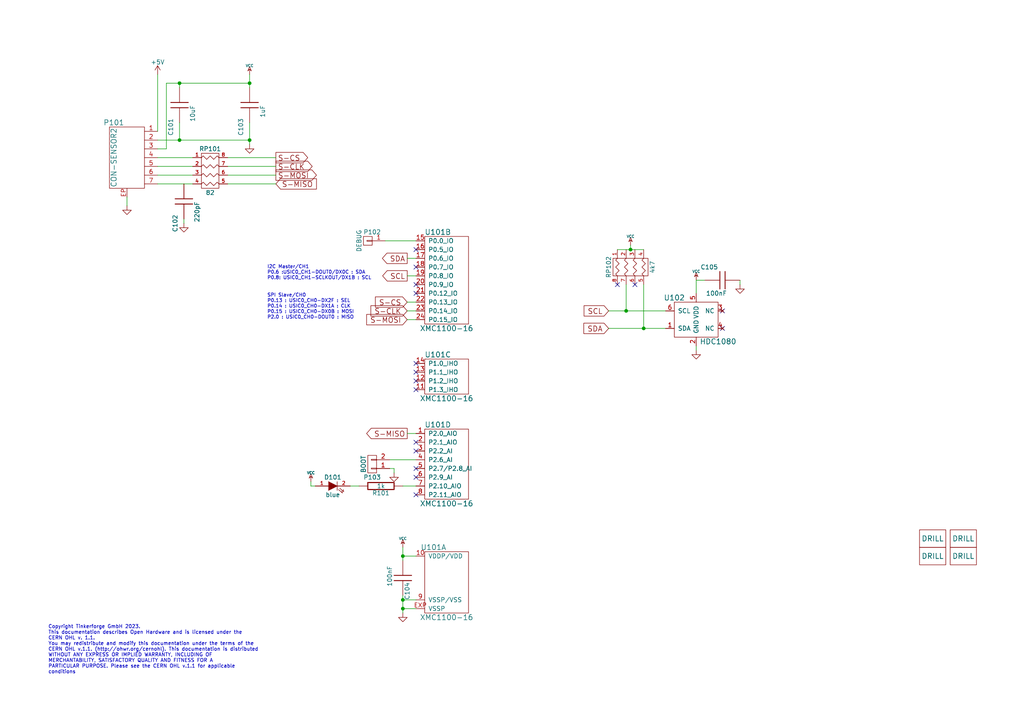
<source format=kicad_sch>
(kicad_sch (version 20230121) (generator eeschema)
  (paper "A4")
  (title_block (title "Humidity Bricklet") (date "2023-01-27") (rev "2.0") (company "Tinkerforge GmbH") (comment 1 "Licensed under CERN OHL v.1.1") (comment 2 "Copyright (©) 2023, B.Nordmeyer <bastian@tinkerforge.com>"))
  (lib_symbols
    (symbol "tinkerforge:+5V" (power) (pin_names (offset 0))
      (property "Value" "+5V" (at 0 3.556 0))
      (symbol "+5V_0_1"
        (polyline (pts (xy -0.762 1.27) (xy 0 2.54)))
        (polyline (pts (xy 0 0) (xy 0 2.54)))
        (polyline (pts (xy 0 2.54) (xy 0.762 1.27)))
      )
      (symbol "+5V_1_1"
        (pin power_in line (at 0 0 90) (length 0) hide (name "+5V") (number "1"))
      )
    )
    (symbol "tinkerforge:C" (pin_numbers hide) (pin_names (offset 0.254))
      (property "Reference" "C" (at 1.27 2.54 0))
      (property "Value" "C" (at 1.27 -2.54 0))
      (symbol "C_0_1"
        (polyline (pts (xy -2.54 -0.762) (xy 2.54 -0.762)) (stroke (width 0.254)))
        (polyline (pts (xy -2.54 0.762) (xy 2.54 0.762)) (stroke (width 0.254)))
      )
      (symbol "C_1_1"
        (pin passive line (at 0 5.08 270) (length 4.318) (name "~") (number "1"))
        (pin passive line (at 0 -5.08 90) (length 4.318) (name "~") (number "2"))
      )
    )
    (symbol "tinkerforge:CON-SENSOR2" (pin_names (offset 1.016))
      (property "Reference" "P" (at -3.81 10.16 0))
      (property "Value" "CON-SENSOR2" (at 3.81 0 90))
      (symbol "CON-SENSOR2_0_1"
        (rectangle (start -5.08 8.89) (end 5.08 -8.89))
      )
      (symbol "CON-SENSOR2_1_1"
        (pin passive line (at -8.89 7.62 0) (length 3.81) (name "~") (number "1"))
        (pin passive line (at -8.89 5.08 0) (length 3.81) (name "~") (number "2"))
        (pin passive line (at -8.89 2.54 0) (length 3.81) (name "~") (number "3"))
        (pin passive line (at -8.89 0 0) (length 3.81) (name "~") (number "4"))
        (pin passive line (at -8.89 -2.54 0) (length 3.81) (name "~") (number "5"))
        (pin passive line (at -8.89 -5.08 0) (length 3.81) (name "~") (number "6"))
        (pin passive line (at -8.89 -7.62 0) (length 3.81) (name "~") (number "7"))
        (pin passive line (at 0 -11.43 90) (length 2.54) (name "~") (number "EP"))
      )
    )
    (symbol "tinkerforge:CONN_01X01" (pin_names (offset 1.016) hide)
      (property "Reference" "P" (at 0 2.54 0))
      (property "Value" "CONN_01X01" (at 2.54 0 90))
      (symbol "CONN_01X01_0_1"
        (rectangle (start -1.27 0.127) (end 0.254 -0.127))
        (rectangle (start -1.27 1.27) (end 1.27 -1.27))
      )
      (symbol "CONN_01X01_1_1"
        (pin passive line (at -5.08 0 0) (length 3.81) (name "P1") (number "1"))
      )
    )
    (symbol "tinkerforge:CONN_01X02" (pin_names (offset 1.016) hide)
      (property "Reference" "P" (at 0 3.81 0))
      (property "Value" "CONN_01X02" (at 2.54 0 90))
      (symbol "CONN_01X02_0_1"
        (rectangle (start -1.27 -1.143) (end 0.254 -1.397))
        (rectangle (start -1.27 1.397) (end 0.254 1.143))
        (rectangle (start -1.27 2.54) (end 1.27 -2.54))
      )
      (symbol "CONN_01X02_1_1"
        (pin passive line (at -5.08 1.27 0) (length 3.81) (name "P1") (number "1"))
        (pin passive line (at -5.08 -1.27 0) (length 3.81) (name "P2") (number "2"))
      )
    )
    (symbol "tinkerforge:DRILL" (pin_numbers hide) (pin_names (offset 0) hide)
      (property "Value" "DRILL" (at 0 0 0))
      (symbol "DRILL_0_1"
        (rectangle (start -3.81 2.54) (end 3.81 -2.54))
      )
    )
    (symbol "tinkerforge:GND" (power) (pin_names (offset 0))
      (property "Value" "GND" (at 0 -5.08 0))
      (symbol "GND_0_1"
        (polyline (pts (xy 0 0) (xy 0 -1.27) (xy 1.27 -1.27) (xy 0 -2.54) (xy -1.27 -1.27) (xy 0 -1.27)))
      )
      (symbol "GND_1_1"
        (pin power_in line (at 0 0 270) (length 0) hide (name "GND") (number "1"))
      )
    )
    (symbol "tinkerforge:HDC1080" (pin_names (offset 1.016))
      (property "Reference" "U" (at -6.35 6.35 0))
      (property "Value" "HDC1080" (at 6.35 -6.35 0))
      (symbol "HDC1080_0_1"
        (rectangle (start -6.35 5.08) (end 6.35 -5.08))
      )
      (symbol "HDC1080_1_1"
        (pin passive line (at -8.89 -2.54 0) (length 2.54) (name "SDA") (number "1"))
        (pin passive line (at 0 -7.62 90) (length 2.54) (name "GND") (number "2"))
        (pin no_connect line (at 7.62 2.54 180) (length 1.27) (name "NC") (number "3"))
        (pin no_connect line (at 7.62 -2.54 180) (length 1.27) (name "NC") (number "4"))
        (pin passive line (at 0 7.62 270) (length 2.54) (name "VDD") (number "5"))
        (pin passive line (at -8.89 2.54 0) (length 2.54) (name "SCL") (number "6"))
      )
    )
    (symbol "tinkerforge:LED" (pin_names (offset 1.016) hide)
      (property "Reference" "D" (at 0 2.54 0))
      (property "Value" "LED" (at 0 -2.54 0))
      (symbol "LED_0_1"
        (polyline (pts (xy 1.27 1.27) (xy 1.27 -1.27)))
        (polyline (pts (xy -1.27 1.27) (xy 1.27 0) (xy -1.27 -1.27)) (fill (type outline)))
        (polyline (pts (xy 1.651 -1.016) (xy 2.794 -2.032) (xy 2.667 -1.397)))
        (polyline (pts (xy 2.032 -0.635) (xy 3.175 -1.651) (xy 3.048 -1.016)))
      )
      (symbol "LED_1_1"
        (pin passive line (at -5.08 0 0) (length 3.81) (name "A") (number "1"))
        (pin passive line (at 5.08 0 180) (length 3.81) (name "K") (number "2"))
      )
    )
    (symbol "tinkerforge:R" (pin_numbers hide) (pin_names (offset 0))
      (property "Reference" "R" (at 2.032 0 90))
      (property "Value" "R" (at 0 0 90))
      (symbol "R_0_1"
        (rectangle (start -1.016 3.81) (end 1.016 -3.81) (stroke (width 0.3048)))
      )
      (symbol "R_1_1"
        (pin passive line (at 0 6.35 270) (length 2.54) (name "~") (number "1"))
        (pin passive line (at 0 -6.35 90) (length 2.54) (name "~") (number "2"))
      )
    )
    (symbol "tinkerforge:R_PACK4" (pin_names hide)
      (property "Reference" "RP" (at 0 11.43 0))
      (property "Value" "R_PACK4" (at 0 -1.27 0))
      (symbol "R_PACK4_0_1"
        (polyline (pts (xy -2.54 10.16) (xy -2.54 0) (xy 2.54 0) (xy 2.54 10.16) (xy -2.54 10.16)))
        (polyline (pts (xy -2.54 1.27) (xy -2.032 1.778) (xy -1.016 0.762) (xy 0 1.778) (xy 1.016 0.762) (xy 2.032 1.778) (xy 2.54 1.27)))
        (polyline (pts (xy -2.54 3.81) (xy -2.032 4.318) (xy -1.016 3.302) (xy 0 4.318) (xy 1.016 3.302) (xy 2.032 4.318) (xy 2.54 3.81)))
        (polyline (pts (xy -2.54 6.35) (xy -2.032 6.858) (xy -1.016 5.842) (xy 0 6.858) (xy 1.016 5.842) (xy 2.032 6.858) (xy 2.54 6.35)))
        (polyline (pts (xy -2.54 8.89) (xy -2.032 9.398) (xy -1.016 8.382) (xy 0 9.398) (xy 1.016 8.382) (xy 2.032 9.398) (xy 2.54 8.89)))
      )
      (symbol "R_PACK4_1_1"
        (pin passive line (at -5.08 8.89 0) (length 2.54) (name "P1") (number "1"))
        (pin passive line (at -5.08 6.35 0) (length 2.54) (name "P2") (number "2"))
        (pin passive line (at -5.08 3.81 0) (length 2.54) (name "P3") (number "3"))
        (pin passive line (at -5.08 1.27 0) (length 2.54) (name "P4") (number "4"))
        (pin passive line (at 5.08 1.27 180) (length 2.54) (name "R4") (number "5"))
        (pin passive line (at 5.08 3.81 180) (length 2.54) (name "R3") (number "6"))
        (pin passive line (at 5.08 6.35 180) (length 2.54) (name "R2") (number "7"))
        (pin passive line (at 5.08 8.89 180) (length 2.54) (name "R1") (number "8"))
      )
    )
    (symbol "tinkerforge:VCC" (power) (pin_names (offset 0))
      (property "Value" "VCC" (at 0 3.175 0))
      (symbol "VCC_0_0"
        (pin power_in line (at 0 0 90) (length 0) hide (name "VCC") (number "1"))
      )
      (symbol "VCC_0_1"
        (polyline (pts (xy 0 1.524) (xy 0 0)))
        (polyline (pts (xy 0 1.524) (xy 0.508 1.016) (xy 0 2.286) (xy -0.508 1.016) (xy 0 1.524) (xy 0 1.524)))
      )
    )
    (symbol "tinkerforge:XMC1XXX24" (pin_names (offset 1.016))
      (property "Reference" "U" (at -3.81 15.24 0))
      (property "Value" "XMC1XXX24" (at 0 -16.51 0))
      (symbol "XMC1XXX24_1_1"
        (rectangle (start -6.35 8.89) (end 6.35 -8.89))
        (pin passive line (at -8.89 7.62 0) (length 2.54) (name "VDDP/VDD") (number "10"))
        (pin passive line (at -8.89 -5.08 0) (length 2.54) (name "VSSP/VSS") (number "9"))
        (pin passive line (at -8.89 -7.62 0) (length 2.54) (name "VSSP") (number "EXP"))
      )
      (symbol "XMC1XXX24_2_1"
        (rectangle (start -6.35 12.7) (end 6.35 -12.7))
        (pin passive line (at -8.89 11.43 0) (length 2.54) (name "P0.0_IO") (number "15"))
        (pin passive line (at -8.89 8.89 0) (length 2.54) (name "P0.5_IO") (number "16"))
        (pin passive line (at -8.89 6.35 0) (length 2.54) (name "P0.6_IO") (number "17"))
        (pin passive line (at -8.89 3.81 0) (length 2.54) (name "P0.7_IO") (number "18"))
        (pin passive line (at -8.89 1.27 0) (length 2.54) (name "P0.8_IO") (number "19"))
        (pin passive line (at -8.89 -1.27 0) (length 2.54) (name "P0.9_IO") (number "20"))
        (pin passive line (at -8.89 -3.81 0) (length 2.54) (name "P0.12_IO") (number "21"))
        (pin passive line (at -8.89 -6.35 0) (length 2.54) (name "P0.13_IO") (number "22"))
        (pin passive line (at -8.89 -8.89 0) (length 2.54) (name "P0.14_IO") (number "23"))
        (pin passive line (at -8.89 -11.43 0) (length 2.54) (name "P0.15_IO") (number "24"))
      )
      (symbol "XMC1XXX24_3_1"
        (rectangle (start -6.35 5.08) (end 6.35 -5.08))
        (pin passive line (at -8.89 -3.81 0) (length 2.54) (name "P1.3_IHO") (number "11"))
        (pin passive line (at -8.89 -1.27 0) (length 2.54) (name "P1.2_IHO") (number "12"))
        (pin passive line (at -8.89 1.27 0) (length 2.54) (name "P1.1_IHO") (number "13"))
        (pin passive line (at -8.89 3.81 0) (length 2.54) (name "P1.0_IHO") (number "14"))
      )
      (symbol "XMC1XXX24_4_1"
        (rectangle (start -6.35 10.16) (end 6.35 -10.16))
        (pin passive line (at -8.89 8.89 0) (length 2.54) (name "P2.0_AIO") (number "1"))
        (pin passive line (at -8.89 6.35 0) (length 2.54) (name "P2.1_AIO") (number "2"))
        (pin passive line (at -8.89 3.81 0) (length 2.54) (name "P2.2_AI") (number "3"))
        (pin passive line (at -8.89 1.27 0) (length 2.54) (name "P2.6_AI") (number "4"))
        (pin passive line (at -8.89 -1.27 0) (length 2.54) (name "P2.7/P2.8_AI") (number "5"))
        (pin passive line (at -8.89 -3.81 0) (length 2.54) (name "P2.9_AI") (number "6"))
        (pin passive line (at -8.89 -6.35 0) (length 2.54) (name "P2.10_AIO") (number "7"))
        (pin passive line (at -8.89 -8.89 0) (length 2.54) (name "P2.11_AIO") (number "8"))
      )
    )
  )
  (junction (at 182.88 72.39))
  (junction (at 52.07 40.64))
  (junction (at 52.07 24.13))
  (junction (at 116.84 176.53))
  (junction (at 72.39 40.64))
  (junction (at 186.69 95.25))
  (junction (at 181.61 90.17))
  (junction (at 116.84 173.99))
  (junction (at 116.84 161.29))
  (junction (at 72.39 24.13))
  (no_connect (at 209.55 90.17))
  (no_connect (at 120.65 105.41))
  (no_connect (at 120.65 82.55))
  (no_connect (at 120.65 85.09))
  (no_connect (at 209.55 95.25))
  (no_connect (at 120.65 143.51))
  (no_connect (at 179.07 82.55))
  (no_connect (at 120.65 128.27))
  (no_connect (at 120.65 110.49))
  (no_connect (at 120.65 130.81))
  (no_connect (at 120.65 113.03))
  (no_connect (at 120.65 135.89))
  (no_connect (at 120.65 77.47))
  (no_connect (at 120.65 107.95))
  (no_connect (at 120.65 72.39))
  (no_connect (at 184.15 82.55))
  (no_connect (at 120.65 138.43))
  (wire (pts (xy 113.03 135.89) (xy 114.3 135.89)))
  (wire (pts (xy 113.03 133.35) (xy 120.65 133.35)))
  (wire (pts (xy 80.01 48.26) (xy 66.04 48.26)))
  (wire (pts (xy 118.11 125.73) (xy 120.65 125.73)))
  (wire (pts (xy 120.65 92.71) (xy 118.11 92.71)))
  (wire (pts (xy 181.61 82.55) (xy 181.61 90.17)))
  (wire (pts (xy 176.53 90.17) (xy 181.61 90.17)))
  (wire (pts (xy 72.39 35.56) (xy 72.39 40.64)))
  (wire (pts (xy 66.04 50.8) (xy 80.01 50.8)))
  (wire (pts (xy 45.72 40.64) (xy 52.07 40.64)))
  (wire (pts (xy 120.65 173.99) (xy 116.84 173.99)))
  (wire (pts (xy 91.44 140.97) (xy 90.17 140.97)))
  (wire (pts (xy 90.17 140.97) (xy 90.17 139.7)))
  (wire (pts (xy 176.53 95.25) (xy 186.69 95.25)))
  (wire (pts (xy 116.84 140.97) (xy 120.65 140.97)))
  (wire (pts (xy 182.88 72.39) (xy 186.69 72.39)))
  (wire (pts (xy 104.14 140.97) (xy 101.6 140.97)))
  (wire (pts (xy 52.07 35.56) (xy 52.07 40.64)))
  (wire (pts (xy 116.84 172.72) (xy 116.84 173.99)))
  (wire (pts (xy 120.65 80.01) (xy 118.11 80.01)))
  (wire (pts (xy 45.72 43.18) (xy 48.26 43.18)))
  (wire (pts (xy 66.04 45.72) (xy 80.01 45.72)))
  (wire (pts (xy 45.72 53.34) (xy 55.88 53.34)))
  (wire (pts (xy 182.88 71.12) (xy 182.88 72.39)))
  (wire (pts (xy 80.01 53.34) (xy 66.04 53.34)))
  (wire (pts (xy 53.34 63.5) (xy 53.34 64.77)))
  (wire (pts (xy 45.72 50.8) (xy 55.88 50.8)))
  (wire (pts (xy 118.11 87.63) (xy 120.65 87.63)))
  (wire (pts (xy 116.84 161.29) (xy 120.65 161.29)))
  (wire (pts (xy 114.3 135.89) (xy 114.3 137.16)))
  (wire (pts (xy 181.61 90.17) (xy 193.04 90.17)))
  (wire (pts (xy 72.39 21.59) (xy 72.39 24.13)))
  (wire (pts (xy 52.07 24.13) (xy 52.07 25.4)))
  (wire (pts (xy 48.26 43.18) (xy 48.26 24.13)))
  (wire (pts (xy 116.84 158.75) (xy 116.84 161.29)))
  (wire (pts (xy 201.93 85.09) (xy 201.93 81.28)))
  (wire (pts (xy 45.72 48.26) (xy 55.88 48.26)))
  (wire (pts (xy 36.83 59.69) (xy 36.83 57.15)))
  (wire (pts (xy 179.07 72.39) (xy 182.88 72.39)))
  (wire (pts (xy 186.69 95.25) (xy 193.04 95.25)))
  (wire (pts (xy 214.63 81.28) (xy 214.63 82.55)))
  (wire (pts (xy 72.39 24.13) (xy 72.39 25.4)))
  (wire (pts (xy 201.93 81.28) (xy 204.47 81.28)))
  (wire (pts (xy 201.93 101.6) (xy 201.93 100.33)))
  (wire (pts (xy 116.84 161.29) (xy 116.84 162.56)))
  (wire (pts (xy 48.26 24.13) (xy 52.07 24.13)))
  (wire (pts (xy 72.39 40.64) (xy 72.39 41.91)))
  (wire (pts (xy 45.72 38.1) (xy 45.72 21.59)))
  (wire (pts (xy 120.65 90.17) (xy 118.11 90.17)))
  (wire (pts (xy 116.84 173.99) (xy 116.84 176.53)))
  (wire (pts (xy 45.72 45.72) (xy 55.88 45.72)))
  (wire (pts (xy 118.11 74.93) (xy 120.65 74.93)))
  (wire (pts (xy 52.07 24.13) (xy 72.39 24.13)))
  (wire (pts (xy 116.84 176.53) (xy 120.65 176.53)))
  (wire (pts (xy 120.65 69.85) (xy 111.76 69.85)))
  (wire (pts (xy 116.84 176.53) (xy 116.84 177.8)))
  (wire (pts (xy 52.07 40.64) (xy 72.39 40.64)))
  (wire (pts (xy 186.69 82.55) (xy 186.69 95.25)))
  (text "SPI Slave/CH0\nP0.13 : USIC0_CH0-DX2F : SEL\nP0.14 : USIC0_CH0-DX1A : CLK\nP0.15 : USIC0_CH0-DX0B : MOSI\nP2.0 : USIC0_CH0-DOUT0 : MISO" (at 77.47 92.71 0) (effects (font (size 0.9906 0.9906)) (justify left bottom)))
  (text "Copyright Tinkerforge GmbH 2023.\nThis documentation describes Open Hardware and is licensed under the\nCERN OHL v. 1.1.\nYou may redistribute and modify this documentation under the terms of the\nCERN OHL v.1.1. (http://ohwr.org/cernohl). This documentation is distributed\nWITHOUT ANY EXPRESS OR IMPLIED WARRANTY, INCLUDING OF\nMERCHANTABILITY, SATISFACTORY QUALITY AND FITNESS FOR A\nPARTICULAR PURPOSE. Please see the CERN OHL v.1.1 for applicable\nconditions\n" (at 13.97 195.58 0) (effects (font (size 1.016 1.016)) (justify left bottom)))
  (text "I2C Master/CH1\nP0.6 :USIC0_CH1-DOUT0/DX0C : SDA\nP0.8: USIC0_CH1-SCLKOUT/DX1B : SCL" (at 77.47 81.28 0) (effects (font (size 0.9906 0.9906)) (justify left bottom)))
  (global_label "S-MISO" (shape input) (at 80.01 53.34 0) (effects (font (size 1.524 1.524))) (property "Intersheetrefs" "${INTERSHEET_REFS}" (effects hide)))
  (global_label "S-MISO" (shape output) (at 118.11 125.73 180) (effects (font (size 1.524 1.524))) (property "Intersheetrefs" "${INTERSHEET_REFS}" (effects hide)))
  (global_label "SCL" (shape output) (at 118.11 80.01 180) (effects (font (size 1.524 1.524))) (property "Intersheetrefs" "${INTERSHEET_REFS}" (effects hide)))
  (global_label "SDA" (shape output) (at 118.11 74.93 180) (effects (font (size 1.524 1.524))) (property "Intersheetrefs" "${INTERSHEET_REFS}" (effects hide)))
  (global_label "S-CLK" (shape output) (at 80.01 48.26 0) (effects (font (size 1.524 1.524))) (property "Intersheetrefs" "${INTERSHEET_REFS}" (effects hide)))
  (global_label "SDA" (shape input) (at 176.53 95.25 180) (effects (font (size 1.524 1.524))) (property "Intersheetrefs" "${INTERSHEET_REFS}" (effects hide)))
  (global_label "S-CS" (shape input) (at 118.11 87.63 180) (effects (font (size 1.524 1.524))) (property "Intersheetrefs" "${INTERSHEET_REFS}" (effects hide)))
  (global_label "S-CS" (shape output) (at 80.01 45.72 0) (effects (font (size 1.524 1.524))) (property "Intersheetrefs" "${INTERSHEET_REFS}" (effects hide)))
  (global_label "S-MOSI" (shape input) (at 118.11 92.71 180) (effects (font (size 1.524 1.524))) (property "Intersheetrefs" "${INTERSHEET_REFS}" (effects hide)))
  (global_label "S-MOSI" (shape output) (at 80.01 50.8 0) (effects (font (size 1.524 1.524))) (property "Intersheetrefs" "${INTERSHEET_REFS}" (effects hide)))
  (global_label "SCL" (shape input) (at 176.53 90.17 180) (effects (font (size 1.524 1.524))) (property "Intersheetrefs" "${INTERSHEET_REFS}" (effects hide)))
  (global_label "S-CLK" (shape input) (at 118.11 90.17 180) (effects (font (size 1.524 1.524))) (property "Intersheetrefs" "${INTERSHEET_REFS}" (effects hide)))
  (symbol (lib_id "tinkerforge:CON-SENSOR2") (at 36.83 45.72 0) (mirror y) (unit 1)
    (property "Reference" "P101" (at 33.02 35.56 0) (effects (font (size 1.524 1.524))))
    (property "Value" "CON-SENSOR2" (at 33.02 45.72 90) (effects (font (size 1.524 1.524))))
    (property "Footprint" "kicad-libraries:CON-SENSOR2" (effects hide))
  )
  (symbol (lib_id "tinkerforge:GND") (at 36.83 59.69 0) (unit 1)
    (property "Reference" "#PWR02" (effects hide))
    (property "Value" "GND" (effects hide))
  )
  (symbol (lib_id "tinkerforge:VCC") (at 72.39 21.59 0) (unit 1)
    (property "Reference" "#PWR01" (effects hide))
    (property "Value" "VCC" (at 72.39 19.05 0) (effects (font (size 0.762 0.762))))
  )
  (symbol (lib_id "tinkerforge:DRILL") (at 279.4 156.21 0) (unit 1)
    (property "Reference" "U105" (effects hide))
    (property "Value" "DRILL" (at 279.4 156.21 0) (effects (font (size 1.524 1.524))))
    (property "Footprint" "kicad-libraries:DRILL_NP" (effects hide))
  )
  (symbol (lib_id "tinkerforge:DRILL") (at 279.4 161.29 0) (unit 1)
    (property "Reference" "U106" (effects hide))
    (property "Value" "DRILL" (at 279.4 161.29 0) (effects (font (size 1.524 1.524))))
    (property "Footprint" "kicad-libraries:DRILL_NP" (effects hide))
  )
  (symbol (lib_id "tinkerforge:DRILL") (at 270.51 161.29 0) (unit 1)
    (property "Reference" "U104" (effects hide))
    (property "Value" "DRILL" (at 270.51 161.29 0) (effects (font (size 1.524 1.524))))
    (property "Footprint" "kicad-libraries:DRILL_NP" (effects hide))
  )
  (symbol (lib_id "tinkerforge:DRILL") (at 270.51 156.21 0) (unit 1)
    (property "Reference" "U103" (effects hide))
    (property "Value" "DRILL" (at 270.51 156.21 0) (effects (font (size 1.524 1.524))))
    (property "Footprint" "kicad-libraries:DRILL_NP" (effects hide))
  )
  (symbol (lib_id "tinkerforge:C") (at 52.07 30.48 180) (unit 1)
    (property "Reference" "C101" (at 49.53 34.29 90) (effects (justify left)))
    (property "Value" "10uF" (at 55.88 30.48 90) (effects (justify left)))
    (property "Footprint" "kicad-libraries:C0805" (effects hide))
  )
  (symbol (lib_id "tinkerforge:C") (at 72.39 30.48 180) (unit 1)
    (property "Reference" "C103" (at 69.85 34.29 90) (effects (justify left)))
    (property "Value" "1uF" (at 76.2 30.48 90) (effects (justify left)))
    (property "Footprint" "kicad-libraries:C0603F" (effects hide))
  )
  (symbol (lib_id "tinkerforge:GND") (at 72.39 41.91 0) (unit 1)
    (property "Reference" "#PWR03" (effects hide))
    (property "Value" "GND" (effects hide))
  )
  (symbol (lib_id "tinkerforge:C") (at 116.84 167.64 0) (unit 1)
    (property "Reference" "C104" (at 118.11 173.99 90) (effects (justify left)))
    (property "Value" "100nF" (at 113.03 170.18 90) (effects (justify left)))
    (property "Footprint" "kicad-libraries:C0603F" (effects hide))
  )
  (symbol (lib_id "tinkerforge:VCC") (at 116.84 158.75 0) (unit 1)
    (property "Reference" "#PWR04" (effects hide))
    (property "Value" "VCC" (at 116.84 156.21 0) (effects (font (size 0.762 0.762))))
  )
  (symbol (lib_id "tinkerforge:GND") (at 116.84 177.8 0) (unit 1)
    (property "Reference" "#PWR05" (effects hide))
    (property "Value" "GND" (effects hide))
  )
  (symbol (lib_id "tinkerforge:LED") (at 96.52 140.97 0) (unit 1)
    (property "Reference" "D101" (at 96.52 138.43 0))
    (property "Value" "blue" (at 96.52 143.51 0))
    (property "Footprint" "kicad-libraries:D0603F" (effects hide))
  )
  (symbol (lib_id "tinkerforge:CONN_01X02") (at 107.95 134.62 180) (unit 1)
    (property "Reference" "P103" (at 107.95 138.43 0))
    (property "Value" "BOOT" (at 105.41 134.62 90))
    (property "Footprint" "kicad-libraries:SolderJumper" (effects hide))
  )
  (symbol (lib_id "tinkerforge:VCC") (at 90.17 139.7 0) (unit 1)
    (property "Reference" "#PWR06" (effects hide))
    (property "Value" "VCC" (at 90.17 137.16 0) (effects (font (size 0.762 0.762))))
  )
  (symbol (lib_id "tinkerforge:GND") (at 114.3 137.16 0) (unit 1)
    (property "Reference" "#PWR07" (effects hide))
    (property "Value" "GND" (effects hide))
  )
  (symbol (lib_id "tinkerforge:R") (at 110.49 140.97 270) (unit 1)
    (property "Reference" "R101" (at 110.49 143.002 90))
    (property "Value" "1k" (at 110.49 140.97 90))
    (property "Footprint" "kicad-libraries:R0603F" (effects hide))
  )
  (symbol (lib_id "tinkerforge:XMC1XXX24") (at 129.54 109.22 0) (unit 3)
    (property "Reference" "U101" (at 127 102.87 0) (effects (font (size 1.524 1.524))))
    (property "Value" "XMC1100-16" (at 129.54 115.57 0) (effects (font (size 1.524 1.524))))
    (property "Footprint" "kicad-libraries:QFN24-4x4mm-0.5mm" (effects hide))
  )
  (symbol (lib_id "tinkerforge:XMC1XXX24") (at 129.54 81.28 0) (unit 2)
    (property "Reference" "U101" (at 127 67.31 0) (effects (font (size 1.524 1.524))))
    (property "Value" "XMC1100-16" (at 129.54 95.25 0) (effects (font (size 1.524 1.524))))
    (property "Footprint" "kicad-libraries:QFN24-4x4mm-0.5mm" (effects hide))
  )
  (symbol (lib_id "tinkerforge:XMC1XXX24") (at 129.54 134.62 0) (unit 4)
    (property "Reference" "U101" (at 127 123.19 0) (effects (font (size 1.524 1.524))))
    (property "Value" "XMC1100-16" (at 129.54 146.05 0) (effects (font (size 1.524 1.524))))
    (property "Footprint" "kicad-libraries:QFN24-4x4mm-0.5mm" (effects hide))
  )
  (symbol (lib_id "tinkerforge:XMC1XXX24") (at 129.54 168.91 0) (unit 1)
    (property "Reference" "U101" (at 125.73 158.75 0) (effects (font (size 1.524 1.524))))
    (property "Value" "XMC1100-16" (at 129.54 179.07 0) (effects (font (size 1.524 1.524))))
    (property "Footprint" "kicad-libraries:QFN24-4x4mm-0.5mm" (effects hide))
  )
  (symbol (lib_id "tinkerforge:GND") (at 53.34 64.77 0) (unit 1)
    (property "Reference" "#PWR08" (effects hide))
    (property "Value" "GND" (effects hide))
  )
  (symbol (lib_id "tinkerforge:+5V") (at 45.72 21.59 0) (unit 1)
    (property "Reference" "#PWR09" (effects hide))
    (property "Value" "+5V" (at 45.72 18.034 0))
  )
  (symbol (lib_id "tinkerforge:VCC") (at 201.93 81.28 0) (unit 1)
    (property "Reference" "#PWR010" (effects hide))
    (property "Value" "VCC" (at 201.93 78.74 0) (effects (font (size 0.762 0.762))))
  )
  (symbol (lib_id "tinkerforge:C") (at 209.55 81.28 90) (unit 1)
    (property "Reference" "C105" (at 208.28 77.47 90) (effects (justify left)))
    (property "Value" "100nF" (at 210.82 85.09 90) (effects (justify left)))
    (property "Footprint" "kicad-libraries:C0603F" (effects hide))
  )
  (symbol (lib_id "tinkerforge:GND") (at 201.93 101.6 0) (unit 1)
    (property "Reference" "#PWR013" (effects hide))
    (property "Value" "GND" (effects hide))
  )
  (symbol (lib_id "tinkerforge:GND") (at 214.63 82.55 0) (unit 1)
    (property "Reference" "#PWR011" (effects hide))
    (property "Value" "GND" (effects hide))
  )
  (symbol (lib_id "tinkerforge:R_PACK4") (at 187.96 77.47 90) (mirror x) (unit 1)
    (property "Reference" "RP102" (at 176.53 77.47 0))
    (property "Value" "4k7" (at 189.23 77.47 0))
    (property "Footprint" "kicad-libraries:0603X4" (effects hide))
  )
  (symbol (lib_id "tinkerforge:VCC") (at 182.88 71.12 0) (unit 1)
    (property "Reference" "#PWR012" (effects hide))
    (property "Value" "VCC" (at 182.88 68.58 0) (effects (font (size 0.762 0.762))))
  )
  (symbol (lib_id "tinkerforge:R_PACK4") (at 60.96 54.61 0) (unit 1)
    (property "Reference" "RP101" (at 60.96 43.18 0))
    (property "Value" "82" (at 60.96 55.88 0))
    (property "Footprint" "kicad-libraries:4X0402" (effects hide))
  )
  (symbol (lib_id "tinkerforge:C") (at 53.34 58.42 180) (unit 1)
    (property "Reference" "C102" (at 50.8 62.23 90) (effects (justify left)))
    (property "Value" "220pF" (at 57.15 58.42 90) (effects (justify left)))
    (property "Footprint" "kicad-libraries:C0402F" (effects hide))
  )
  (symbol (lib_id "tinkerforge:CONN_01X01") (at 106.68 69.85 180) (unit 1)
    (property "Reference" "P102" (at 107.95 67.31 0))
    (property "Value" "DEBUG" (at 104.14 69.85 90))
    (property "Footprint" "kicad-libraries:DEBUG_PAD" (effects hide))
  )
  (symbol (lib_id "tinkerforge:HDC1080") (at 201.93 92.71 0) (unit 1)
    (property "Reference" "U102" (at 195.58 86.36 0) (effects (font (size 1.524 1.524))))
    (property "Value" "HDC1080" (at 208.28 99.06 0) (effects (font (size 1.524 1.524))))
    (property "Footprint" "kicad-libraries:DFN6-30x30_humidity" (effects hide))
  )
)
</source>
